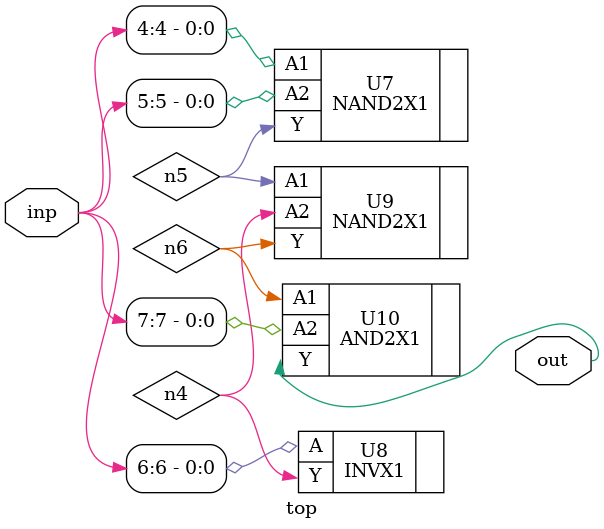
<source format=sv>


module top ( inp, out );
  input [7:0] inp;
  output out;
  wire   n4, n5, n6;

  NAND2X1 U7 ( .A1(inp[4]), .A2(inp[5]), .Y(n5) );
  INVX1 U8 ( .A(inp[6]), .Y(n4) );
  NAND2X1 U9 ( .A1(n5), .A2(n4), .Y(n6) );
  AND2X1 U10 ( .A1(n6), .A2(inp[7]), .Y(out) );
endmodule


</source>
